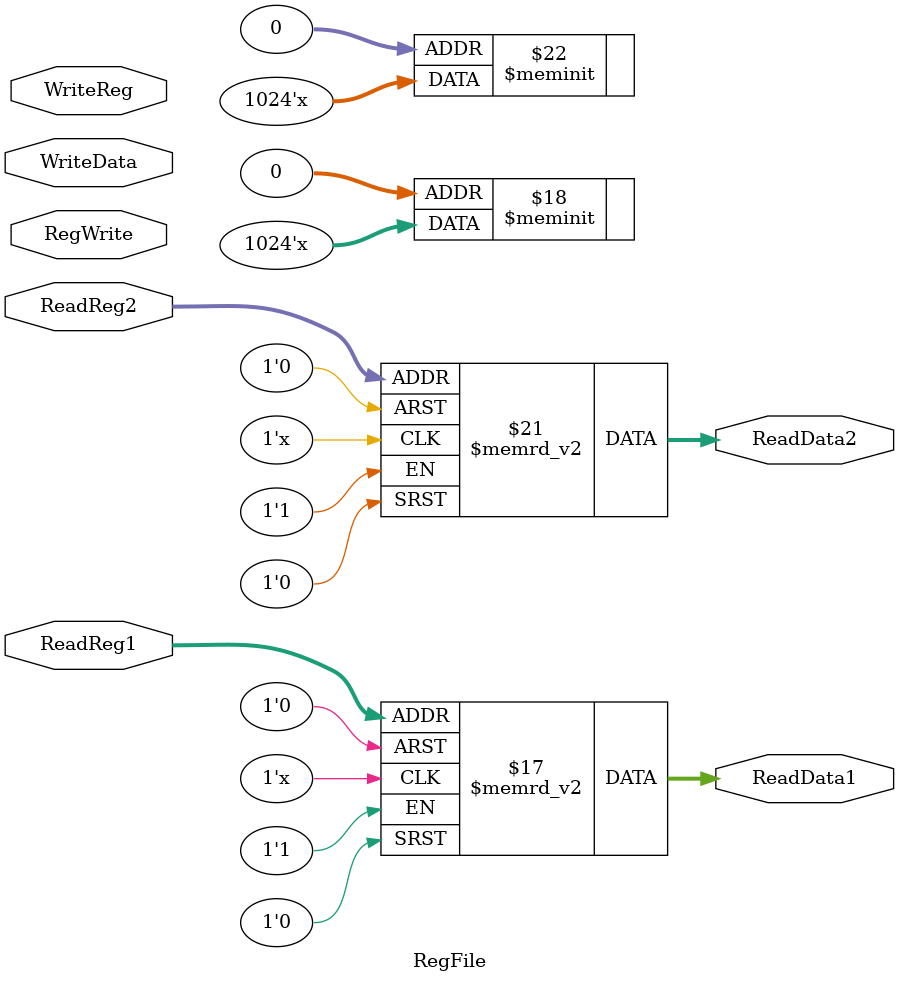
<source format=sv>
`timescale 1 us/ 1 us
module RegFile(input RegWrite,input [4:0]ReadReg1,ReadReg2,WriteReg,input [31:0]WriteData,output reg [31:0]ReadData1,ReadData2);
  
  reg [31:0]RegisterFile[0:31];
  
  always begin
    
    ReadData1=RegisterFile[ReadReg1];
    ReadData2=RegisterFile[ReadReg2];
    if(RegWrite)
      RegisterFile[WriteReg]=WriteData;
    
  end
  
endmodule



</source>
